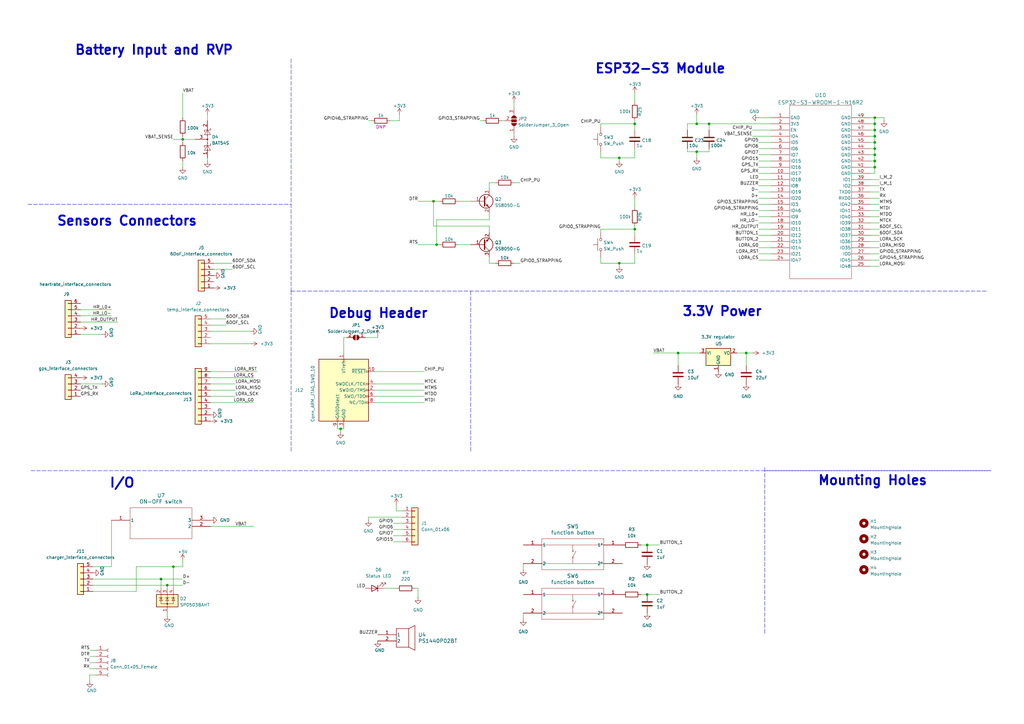
<source format=kicad_sch>
(kicad_sch (version 20231120) (generator "eeschema") (generator_version "8.0")
  (paper "A3")
  (lib_symbols
    (symbol "2024-10-08_01-38-24:EVQ-P7A01P" (pin_names (offset 0.254))
      (property "Reference" "SW6" (at 20.32 7.62 0))
      (property "Value" "function button" (at 20.32 5.08 0))
      (symbol "EVQ-P7A01P_0_1"
        (pin unspecified line (at 0 0 0) (length 7.62) (name "1") (number "1"))
        (pin unspecified line (at 0 -7.62 0) (length 7.62) (name "2") (number "2"))
      )
      (symbol "EVQ-P7A01P_1_1"
        (pin unspecified line (at 40.64 0 180) (length 7.62) (name "1*") (number "1"))
        (pin unspecified line (at 40.64 -7.62 180) (length 7.62) (name "2*") (number "2"))
      )
    )
    (symbol "2024-10-08_01-39-16:OS102011MA1QS1" (pin_names (offset 0.254))
      (property "Reference" "U" (at 20.32 10.16 0))
      (property "Value" "OS102011MA1QS1" (at 20.32 7.62 0))
      (symbol "OS102011MA1QS1_0_1"
        (pin unspecified line (at 0 0 0) (length 7.62) (name "1") (number "1"))
        (pin unspecified line (at 40.64 -2.54 180) (length 7.62) (name "2") (number "2"))
        (pin unspecified line (at 40.64 0 180) (length 7.62) (name "3") (number "3"))
      )
    )
    (symbol "2024-10-11_03-25-17:PS1440P02BT" (pin_names (offset 0.254))
      (property "Reference" "U" (at 7.62 7.62 0))
      (property "Value" "PS1440P02BT" (at 20.32 7.62 0))
      (symbol "PS1440P02BT_0_1"
        (pin unspecified line (at 0 0 0) (length 7.62) (name "1") (number "1"))
        (pin unspecified line (at 0 -2.54 0) (length 7.62) (name "2") (number "2"))
      )
    )
    (symbol "Conn_01x05_1" (pin_names (offset 1.016) hide)
      (property "Reference" "J" (at 0 7.62 0))
      (property "Value" "Conn_01x05" (at 0 -7.62 0))
      (symbol "Conn_01x05_1_1_1"
        (pin passive line (at -5.08 5.08 0) (length 3.81) (name "Pin_1") (number "1"))
        (pin passive line (at -5.08 2.54 0) (length 3.81) (name "Pin_2") (number "2"))
        (pin passive line (at -5.08 0 0) (length 3.81) (name "Pin_3") (number "3"))
        (pin passive line (at -5.08 -2.54 0) (length 3.81) (name "Pin_4") (number "4"))
        (pin passive line (at -5.08 -5.08 0) (length 3.81) (name "Pin_5") (number "5"))
      )
    )
    (symbol "Conn_01x06_1" (pin_names (offset 1.016) hide)
      (property "Reference" "J" (at 0 7.62 0))
      (property "Value" "Conn_01x06" (at 0 -10.16 0))
      (symbol "Conn_01x06_1_1_1"
        (pin passive line (at -5.08 5.08 0) (length 3.81) (name "Pin_1") (number "1"))
        (pin passive line (at -5.08 2.54 0) (length 3.81) (name "Pin_2") (number "2"))
        (pin passive line (at -5.08 0 0) (length 3.81) (name "Pin_3") (number "3"))
        (pin passive line (at -5.08 -2.54 0) (length 3.81) (name "Pin_4") (number "4"))
        (pin passive line (at -5.08 -5.08 0) (length 3.81) (name "Pin_5") (number "5"))
        (pin passive line (at -5.08 -7.62 0) (length 3.81) (name "Pin_6") (number "6"))
      )
    )
    (symbol "Connector:Conn_01x05_Female" (pin_names (offset 1.016) hide)
      (property "Reference" "J" (at 0 7.62 0))
      (property "Value" "Conn_01x05_Female" (at 0 -7.62 0))
      (symbol "Conn_01x05_Female_1_1"
        (pin passive line (at -5.08 5.08 0) (length 3.81) (name "Pin_1") (number "1"))
        (pin passive line (at -5.08 2.54 0) (length 3.81) (name "Pin_2") (number "2"))
        (pin passive line (at -5.08 0 0) (length 3.81) (name "Pin_3") (number "3"))
        (pin passive line (at -5.08 -2.54 0) (length 3.81) (name "Pin_4") (number "4"))
        (pin passive line (at -5.08 -5.08 0) (length 3.81) (name "Pin_5") (number "5"))
      )
    )
    (symbol "Connector:Conn_ARM_JTAG_SWD_10" (pin_names (offset 1.016))
      (property "Reference" "J" (at -2.54 16.51 0))
      (property "Value" "Conn_ARM_JTAG_SWD_10" (at -2.54 13.97 0))
      (symbol "Conn_ARM_JTAG_SWD_10_1_1"
        (pin power_in line (at 0 15.24 270) (length 2.54) (name "VTref") (number "1"))
        (pin open_collector line (at 12.7 7.62 180) (length 2.54) (name "~{RESET}") (number "10"))
        (pin bidirectional line (at 12.7 0 180) (length 2.54) (name "SWDIO/TMS") (number "2"))
        (pin power_in line (at 0 -15.24 90) (length 2.54) (name "GND") (number "3"))
        (pin output line (at 12.7 2.54 180) (length 2.54) (name "SWDCLK/TCK") (number "4"))
        (pin passive line (at 0 -15.24 90) (length 2.54) hide (name "GND") (number "5"))
        (pin input line (at 12.7 -2.54 180) (length 2.54) (name "SWO/TDO") (number "6"))
        (pin no_connect line (at -10.16 0 0) (length 2.54) hide (name "KEY") (number "7"))
        (pin output line (at 12.7 -5.08 180) (length 2.54) (name "NC/TDI") (number "8"))
        (pin passive line (at -2.54 -15.24 90) (length 2.54) (name "GNDDetect") (number "9"))
      )
    )
    (symbol "Connector_Generic:Conn_01x04" (pin_names (offset 1.016) hide)
      (property "Reference" "J" (at 0 5.08 0))
      (property "Value" "Conn_01x04" (at 0 -7.62 0))
      (symbol "Conn_01x04_1_1"
        (pin passive line (at -5.08 2.54 0) (length 3.81) (name "Pin_1") (number "1"))
        (pin passive line (at -5.08 0 0) (length 3.81) (name "Pin_2") (number "2"))
        (pin passive line (at -5.08 -2.54 0) (length 3.81) (name "Pin_3") (number "3"))
        (pin passive line (at -5.08 -5.08 0) (length 3.81) (name "Pin_4") (number "4"))
      )
    )
    (symbol "Connector_Generic:Conn_01x05" (pin_names (offset 1.016) hide)
      (property "Reference" "J11" (at 0 -11.43 0))
      (property "Value" "charger_interface_connectors" (at 0 -8.89 0))
      (symbol "Conn_01x05_1_1"
        (pin passive line (at -5.08 5.08 0) (length 3.81) (name "5V") (number "1"))
        (pin passive line (at -5.08 2.54 0) (length 3.81) (name "D-") (number "2"))
        (pin passive line (at -5.08 0 0) (length 3.81) (name "D+") (number "3"))
        (pin passive line (at -5.08 -2.54 0) (length 3.81) (name "GND") (number "4"))
        (pin passive line (at -5.08 -5.08 0) (length 3.81) (name "BAT") (number "5"))
      )
    )
    (symbol "Connector_Generic:Conn_01x06" (pin_names (offset 1.016) hide)
      (property "Reference" "J9" (at -0.508 -11.43 0))
      (property "Value" "heartrate_interface_connectors" (at -17.78 -15.494 0))
      (symbol "Conn_01x06_1_1"
        (pin passive line (at -5.08 5.08 0) (length 3.81) (name "GND") (number "1"))
        (pin passive line (at -5.08 2.54 0) (length 3.81) (name "3.3V") (number "2"))
        (pin passive line (at -5.08 0 0) (length 3.81) (name "OUTPUT") (number "3"))
        (pin passive line (at -5.08 -2.54 0) (length 3.81) (name "LO-") (number "4"))
        (pin passive line (at -5.08 -5.08 0) (length 3.81) (name "LO+") (number "5"))
        (pin passive line (at -5.08 -7.62 0) (length 3.81) (name "SDN") (number "6"))
      )
    )
    (symbol "Connector_Generic:Conn_01x09" (pin_names (offset 1.016) hide)
      (property "Reference" "J13" (at 2.54 1.2701 0))
      (property "Value" "LoRa_interface_connectors" (at 2.54 -1.2699 0))
      (symbol "Conn_01x09_1_1"
        (pin passive line (at -5.08 10.16 0) (length 3.81) (name "VIN") (number "1"))
        (pin passive line (at -5.08 7.62 0) (length 3.81) (name "GND") (number "2"))
        (pin passive line (at -5.08 5.08 0) (length 3.81) (name "EN") (number "3"))
        (pin passive line (at -5.08 2.54 0) (length 3.81) (name "G0") (number "4"))
        (pin passive line (at -5.08 0 0) (length 3.81) (name "SCK") (number "5"))
        (pin passive line (at -5.08 -2.54 0) (length 3.81) (name "MISO") (number "6"))
        (pin passive line (at -5.08 -5.08 0) (length 3.81) (name "MOSI") (number "7"))
        (pin passive line (at -5.08 -7.62 0) (length 3.81) (name "CS") (number "8"))
        (pin passive line (at -5.08 -10.16 0) (length 3.81) (name "RST") (number "9"))
      )
    )
    (symbol "Device:C" (pin_numbers hide) (pin_names (offset 0.254))
      (property "Reference" "C" (at 0.635 2.54 0))
      (property "Value" "C" (at 0.635 -2.54 0))
      (symbol "C_1_1"
        (pin passive line (at 0 3.81 270) (length 2.794) (name "~") (number "1"))
        (pin passive line (at 0 -3.81 90) (length 2.794) (name "~") (number "2"))
      )
    )
    (symbol "Device:Q_NPN_BEC" (pin_names (offset 0) hide)
      (property "Reference" "Q" (at 5.08 1.27 0))
      (property "Value" "Q_NPN_BEC" (at 5.08 -1.27 0))
      (symbol "Q_NPN_BEC_1_1"
        (pin input line (at -5.08 0 0) (length 5.715) (name "B") (number "1"))
        (pin passive line (at 2.54 -5.08 90) (length 2.54) (name "E") (number "2"))
        (pin passive line (at 2.54 5.08 270) (length 2.54) (name "C") (number "3"))
      )
    )
    (symbol "Device:R" (pin_numbers hide) (pin_names (offset 0))
      (property "Reference" "R" (at 2.032 0 90))
      (property "Value" "R" (at 0 0 90))
      (symbol "R_1_1"
        (pin passive line (at 0 3.81 270) (length 1.27) (name "~") (number "1"))
        (pin passive line (at 0 -3.81 90) (length 1.27) (name "~") (number "2"))
      )
    )
    (symbol "Diode:BAT54S" (pin_names (offset 1.016))
      (property "Reference" "D" (at 0.635 -3.81 0))
      (property "Value" "BAT54S" (at -6.35 3.175 0))
      (symbol "BAT54S_1_1"
        (pin passive line (at -7.62 0 0) (length 3.81) (name "~") (number "1"))
        (pin passive line (at 7.62 0 180) (length 3.81) (name "~") (number "2"))
        (pin passive line (at 0 -5.08 90) (length 5.08) (name "~") (number "3"))
      )
    )
    (symbol "EVQ-P7A01P_1" (pin_names (offset 0.254))
      (property "Reference" "SW5" (at 20.32 7.62 0))
      (property "Value" "function button" (at 20.32 5.08 0))
      (symbol "EVQ-P7A01P_1_0_1"
        (pin unspecified line (at 0 0 0) (length 7.62) (name "1") (number "1"))
        (pin unspecified line (at 40.64 0 180) (length 7.62) (name "1*") (number "1"))
        (pin unspecified line (at 0 -7.62 0) (length 7.62) (name "2") (number "2"))
        (pin unspecified line (at 40.64 -7.62 180) (length 7.62) (name "2*") (number "2"))
      )
    )
    (symbol "Jumper:SolderJumper_2_Open" (pin_names (offset 0) hide)
      (property "Reference" "JP" (at 0 2.032 0))
      (property "Value" "SolderJumper_2_Open" (at 0 -2.54 0))
      (symbol "SolderJumper_2_Open_1_1"
        (pin passive line (at -3.81 0 0) (length 2.54) (name "A") (number "1"))
        (pin passive line (at 3.81 0 180) (length 2.54) (name "B") (number "2"))
      )
    )
    (symbol "Jumper:SolderJumper_3_Open" (pin_names (offset 0) hide)
      (property "Reference" "JP" (at -2.54 -2.54 0))
      (property "Value" "SolderJumper_3_Open" (at 0 2.794 0))
      (symbol "SolderJumper_3_Open_1_1"
        (pin passive line (at -5.08 0 0) (length 2.54) (name "A") (number "1"))
        (pin passive line (at 0 -3.81 90) (length 2.54) (name "C") (number "2"))
        (pin passive line (at 5.08 0 180) (length 2.54) (name "B") (number "3"))
      )
    )
    (symbol "LED:IR26-21C_L110_TR8" (pin_numbers hide) (pin_names (offset 1.016) hide)
      (property "Reference" "D" (at 0 2.54 0))
      (property "Value" "IR26-21C_L110_TR8" (at 0 -3.81 0))
      (symbol "IR26-21C_L110_TR8_1_1"
        (pin passive line (at -3.81 0 0) (length 2.54) (name "K") (number "1"))
        (pin passive line (at 3.81 0 180) (length 2.54) (name "A") (number "2"))
      )
    )
    (symbol "Mechanical:MountingHole" (pin_names (offset 1.016))
      (property "Reference" "H" (at 0 5.08 0))
      (property "Value" "MountingHole" (at 0 3.175 0))
    )
    (symbol "Power_Protection:SP0503BAHT" (pin_names hide)
      (property "Reference" "D" (at 5.715 2.54 0))
      (property "Value" "SP0503BAHT" (at 5.715 0.635 0))
      (symbol "SP0503BAHT_0_0"
        (pin passive line (at 0 -5.08 90) (length 2.54) (name "A") (number "1"))
      )
      (symbol "SP0503BAHT_1_1"
        (pin passive line (at -2.54 5.08 270) (length 2.54) (name "K") (number "2"))
        (pin passive line (at 0 5.08 270) (length 2.54) (name "K") (number "3"))
        (pin passive line (at 2.54 5.08 270) (length 2.54) (name "K") (number "4"))
      )
    )
    (symbol "Regulator_Linear:AZ1117-3.3" (pin_names (offset 0.254))
      (property "Reference" "U" (at -3.81 3.175 0))
      (property "Value" "AZ1117-3.3" (at 0 3.175 0))
      (symbol "AZ1117-3.3_1_1"
        (pin power_in line (at 0 -7.62 90) (length 2.54) (name "GND") (number "1"))
        (pin power_out line (at 7.62 0 180) (length 2.54) (name "VO") (number "2"))
        (pin power_in line (at -7.62 0 0) (length 2.54) (name "VI") (number "3"))
      )
    )
    (symbol "Switch:SW_Push" (pin_numbers hide) (pin_names (offset 1.016) hide)
      (property "Reference" "SW" (at 1.27 2.54 0))
      (property "Value" "SW_Push" (at 0 -1.524 0))
      (symbol "SW_Push_0_1"
        (pin passive line (at -5.08 0 0) (length 2.54) (name "1") (number "1"))
        (pin passive line (at 5.08 0 180) (length 2.54) (name "2") (number "2"))
      )
    )
    (symbol "basic:C" (pin_numbers hide) (pin_names (offset 0.254))
      (property "Reference" "C" (at 0.635 2.54 0))
      (symbol "C_1_1"
        (pin passive line (at 0 3.81 270) (length 2.794) (name "~") (number "1"))
        (pin passive line (at 0 -3.81 90) (length 2.794) (name "~") (number "2"))
      )
    )
    (symbol "basic:R" (pin_numbers hide) (pin_names (offset 0))
      (property "Value" "R" (at 0 0 90))
      (symbol "R_1_1"
        (pin passive line (at 0 3.81 270) (length 1.27) (name "~") (number "1"))
        (pin passive line (at 0 -3.81 90) (length 1.27) (name "~") (number "2"))
      )
    )
    (symbol "local_symbols:ESP32-S3-WROOM-1-N16R2" (pin_names (offset 0.254))
      (property "Reference" "U" (at 20.32 10.16 0))
      (property "Value" "ESP32-S3-WROOM-1-N16R2" (at 20.32 7.62 0))
      (symbol "ESP32-S3-WROOM-1-N16R2_0_1"
        (pin power_out line (at 0 0 0) (length 7.62) (name "GND") (number "1"))
        (pin bidirectional line (at 0 -22.86 0) (length 7.62) (name "IO17") (number "10"))
        (pin bidirectional line (at 0 -25.4 0) (length 7.62) (name "IO18") (number "11"))
        (pin bidirectional line (at 0 -27.94 0) (length 7.62) (name "IO8") (number "12"))
        (pin bidirectional line (at 0 -30.48 0) (length 7.62) (name "IO19") (number "13"))
        (pin bidirectional line (at 0 -33.02 0) (length 7.62) (name "IO20") (number "14"))
        (pin bidirectional line (at 0 -35.56 0) (length 7.62) (name "IO3") (number "15"))
        (pin bidirectional line (at 0 -38.1 0) (length 7.62) (name "IO46") (number "16"))
        (pin bidirectional line (at 0 -40.64 0) (length 7.62) (name "IO9") (number "17"))
        (pin bidirectional line (at 0 -43.18 0) (length 7.62) (name "IO10") (number "18"))
        (pin bidirectional line (at 0 -45.72 0) (length 7.62) (name "IO11") (number "19"))
        (pin power_in line (at 0 -2.54 0) (length 7.62) (name "3V3") (number "2"))
        (pin bidirectional line (at 0 -48.26 0) (length 7.62) (name "IO12") (number "20"))
        (pin bidirectional line (at 0 -50.8 0) (length 7.62) (name "IO13") (number "21"))
        (pin bidirectional line (at 0 -53.34 0) (length 7.62) (name "IO14") (number "22"))
        (pin bidirectional line (at 0 -55.88 0) (length 7.62) (name "IO21") (number "23"))
        (pin bidirectional line (at 0 -58.42 0) (length 7.62) (name "IO47") (number "24"))
        (pin bidirectional line (at 40.64 -60.96 180) (length 7.62) (name "IO48") (number "25"))
        (pin bidirectional line (at 40.64 -58.42 180) (length 7.62) (name "IO45") (number "26"))
        (pin bidirectional line (at 40.64 -55.88 180) (length 7.62) (name "IO0") (number "27"))
        (pin bidirectional line (at 40.64 -53.34 180) (length 7.62) (name "IO35") (number "28"))
        (pin bidirectional line (at 40.64 -50.8 180) (length 7.62) (name "IO36") (number "29"))
        (pin input line (at 0 -5.08 0) (length 7.62) (name "EN") (number "3"))
        (pin bidirectional line (at 40.64 -48.26 180) (length 7.62) (name "IO37") (number "30"))
        (pin bidirectional line (at 40.64 -45.72 180) (length 7.62) (name "IO38") (number "31"))
        (pin bidirectional line (at 40.64 -43.18 180) (length 7.62) (name "IO39") (number "32"))
        (pin bidirectional line (at 40.64 -40.64 180) (length 7.62) (name "IO40") (number "33"))
        (pin bidirectional line (at 40.64 -38.1 180) (length 7.62) (name "IO41") (number "34"))
        (pin bidirectional line (at 40.64 -35.56 180) (length 7.62) (name "IO42") (number "35"))
        (pin bidirectional line (at 40.64 -33.02 180) (length 7.62) (name "RXD0") (number "36"))
        (pin bidirectional line (at 40.64 -30.48 180) (length 7.62) (name "TXD0") (number "37"))
        (pin bidirectional line (at 40.64 -27.94 180) (length 7.62) (name "IO2") (number "38"))
        (pin bidirectional line (at 40.64 -25.4 180) (length 7.62) (name "IO1") (number "39"))
        (pin bidirectional line (at 0 -7.62 0) (length 7.62) (name "IO4") (number "4"))
        (pin power_out line (at 40.64 -22.86 180) (length 7.62) (name "GND") (number "40"))
        (pin power_out line (at 40.64 -20.32 180) (length 7.62) (name "GND") (number "41"))
        (pin power_out line (at 40.64 -17.78 180) (length 7.62) (name "GND") (number "42"))
        (pin power_out line (at 40.64 -15.24 180) (length 7.62) (name "GND") (number "43"))
        (pin power_out line (at 40.64 -12.7 180) (length 7.62) (name "GND") (number "44"))
        (pin power_out line (at 40.64 -10.16 180) (length 7.62) (name "GND") (number "45"))
        (pin power_out line (at 40.64 -7.62 180) (length 7.62) (name "GND") (number "46"))
        (pin power_out line (at 40.64 -5.08 180) (length 7.62) (name "GND") (number "47"))
        (pin power_out line (at 40.64 -2.54 180) (length 7.62) (name "GND") (number "48"))
        (pin power_out line (at 40.64 0 180) (length 7.62) (name "GND") (number "49"))
        (pin bidirectional line (at 0 -10.16 0) (length 7.62) (name "IO5") (number "5"))
        (pin bidirectional line (at 0 -12.7 0) (length 7.62) (name "IO6") (number "6"))
        (pin bidirectional line (at 0 -15.24 0) (length 7.62) (name "IO7") (number "7"))
        (pin bidirectional line (at 0 -17.78 0) (length 7.62) (name "IO15") (number "8"))
        (pin bidirectional line (at 0 -20.32 0) (length 7.62) (name "IO16") (number "9"))
      )
    )
    (symbol "power:+3V3" (power) (pin_names (offset 0))
      (property "Value" "+3V3" (at 0 3.556 0))
      (symbol "+3V3_1_1"
        (pin power_in line (at 0 0 90) (length 0) hide (name "+3V3") (number "1"))
      )
    )
    (symbol "power:+5V" (power) (pin_names (offset 0))
      (property "Value" "+5V" (at 0 3.556 0))
      (symbol "+5V_1_1"
        (pin power_in line (at 0 0 90) (length 0) hide (name "+5V") (number "1"))
      )
    )
    (symbol "power:GND" (power) (pin_numbers hide) (pin_names (offset 0) hide)
      (property "Value" "GND" (at 0 -3.81 0))
      (symbol "GND_1_1"
        (pin power_in line (at 0 0 270) (length 0) (name "~") (number "1"))
      )
    )
  )
  (junction (at 260.35 93.98))
  (junction (at 358.775 55.88))
  (junction (at 265.43 243.84))
  (junction (at 285.75 62.23))
  (junction (at 358.775 50.8))
  (junction (at 358.775 58.42))
  (junction (at 71.12 232.41))
  (junction (at 285.75 50.8))
  (junction (at 290.83 50.8))
  (junction (at 278.13 144.78))
  (junction (at 358.775 68.58))
  (junction (at 74.93 57.15))
  (junction (at 265.43 223.52))
  (junction (at 358.775 48.26))
  (junction (at 68.58 240.03))
  (junction (at 358.775 66.04))
  (junction (at 358.775 60.96))
  (junction (at 260.35 50.8))
  (junction (at 179.07 100.33))
  (junction (at 254 107.95))
  (junction (at 358.775 63.5))
  (junction (at 306.07 144.78))
  (junction (at 139.7 175.895))
  (junction (at 254 64.77))
  (junction (at 358.775 53.34))
  (junction (at 66.04 237.49))
  (junction (at 177.8 82.55))
  (wire (pts (xy 36.83 266.7) (xy 39.37 266.7)))
  (wire (pts (xy 36.83 271.78) (xy 39.37 271.78)))
  (wire (pts (xy 68.58 240.03) (xy 74.93 240.03)))
  (wire (pts (xy 311.15 86.36) (xy 316.23 86.36)))
  (wire (pts (xy 154.94 137.795) (xy 154.94 138.43)))
  (polyline (pts (xy 193.04 119.38) (xy 193.04 185.42)) (stroke (width 0) (type dash)))
  (wire (pts (xy 260.35 81.28) (xy 260.35 85.09)))
  (wire (pts (xy 38.1 242.57) (xy 55.88 242.57)))
  (wire (pts (xy 161.29 214.63) (xy 165.1 214.63)))
  (wire (pts (xy 92.71 133.35) (xy 86.36 133.35)))
  (polyline (pts (xy 119.38 24.13) (xy 119.38 119.38)) (stroke (width 0) (type dash)))
  (wire (pts (xy 356.87 99.06) (xy 360.68 99.06)))
  (wire (pts (xy 278.13 144.78) (xy 278.13 149.86)))
  (wire (pts (xy 311.15 99.06) (xy 316.23 99.06)))
  (wire (pts (xy 262.89 243.84) (xy 265.43 243.84)))
  (wire (pts (xy 153.67 160.02) (xy 173.99 160.02)))
  (wire (pts (xy 254 107.95) (xy 254 109.22)))
  (wire (pts (xy 311.15 48.26) (xy 316.23 48.26)))
  (wire (pts (xy 96.52 160.02) (xy 86.36 160.02)))
  (wire (pts (xy 210.82 107.95) (xy 213.36 107.95)))
  (wire (pts (xy 356.87 81.28) (xy 360.68 81.28)))
  (wire (pts (xy 71.12 232.41) (xy 74.93 232.41)))
  (wire (pts (xy 311.15 73.66) (xy 316.23 73.66)))
  (wire (pts (xy 311.15 68.58) (xy 316.23 68.58)))
  (polyline (pts (xy 12.7 193.04) (xy 406.4 193.04)) (stroke (width 0) (type dash)))
  (wire (pts (xy 246.38 107.95) (xy 254 107.95)))
  (wire (pts (xy 200.66 90.17) (xy 179.07 90.17)))
  (wire (pts (xy 102.87 140.97) (xy 86.36 140.97)))
  (wire (pts (xy 214.63 233.68) (xy 214.63 231.14)))
  (wire (pts (xy 308.61 53.34) (xy 316.23 53.34)))
  (wire (pts (xy 356.87 66.04) (xy 358.775 66.04)))
  (wire (pts (xy 260.35 107.95) (xy 254 107.95)))
  (wire (pts (xy 105.41 152.4) (xy 86.36 152.4)))
  (wire (pts (xy 86.36 215.9) (xy 104.14 215.9)))
  (polyline (pts (xy 313.69 191.77) (xy 313.69 260.35)) (stroke (width 0) (type dash)))
  (wire (pts (xy 71.12 57.15) (xy 74.93 57.15)))
  (wire (pts (xy 160.02 49.53) (xy 163.83 49.53)))
  (wire (pts (xy 86.36 165.1) (xy 104.14 165.1)))
  (wire (pts (xy 356.87 78.74) (xy 360.68 78.74)))
  (wire (pts (xy 285.75 62.23) (xy 290.83 62.23)))
  (wire (pts (xy 260.35 49.53) (xy 260.35 50.8)))
  (wire (pts (xy 356.87 55.88) (xy 358.775 55.88)))
  (wire (pts (xy 260.35 104.14) (xy 260.35 107.95)))
  (wire (pts (xy 260.35 92.71) (xy 260.35 93.98)))
  (wire (pts (xy 358.775 55.88) (xy 358.775 53.34)))
  (wire (pts (xy 38.1 240.03) (xy 68.58 240.03)))
  (wire (pts (xy 153.67 152.4) (xy 173.99 152.4)))
  (wire (pts (xy 45.72 127) (xy 33.02 127)))
  (wire (pts (xy 356.87 93.98) (xy 360.68 93.98)))
  (wire (pts (xy 281.94 60.96) (xy 281.94 62.23)))
  (polyline (pts (xy 406.4 193.04) (xy 313.69 193.04)) (stroke (width 0) (type dash)))
  (wire (pts (xy 171.45 241.3) (xy 171.45 245.11)))
  (wire (pts (xy 161.29 217.17) (xy 165.1 217.17)))
  (wire (pts (xy 214.63 254) (xy 214.63 251.46)))
  (wire (pts (xy 306.07 144.78) (xy 306.07 149.86)))
  (wire (pts (xy 187.96 100.33) (xy 193.04 100.33)))
  (wire (pts (xy 162.56 209.55) (xy 165.1 209.55)))
  (wire (pts (xy 200.66 105.41) (xy 200.66 107.95)))
  (wire (pts (xy 177.8 82.55) (xy 180.34 82.55)))
  (wire (pts (xy 246.38 50.8) (xy 260.35 50.8)))
  (wire (pts (xy 246.38 105.41) (xy 246.38 107.95)))
  (wire (pts (xy 311.15 71.12) (xy 316.23 71.12)))
  (wire (pts (xy 138.43 175.26) (xy 138.43 175.895)))
  (wire (pts (xy 356.87 104.14) (xy 360.68 104.14)))
  (wire (pts (xy 102.87 135.89) (xy 86.36 135.89)))
  (wire (pts (xy 356.87 106.68) (xy 360.68 106.68)))
  (wire (pts (xy 356.87 68.58) (xy 358.775 68.58)))
  (wire (pts (xy 74.93 55.88) (xy 74.93 57.15)))
  (wire (pts (xy 171.45 100.33) (xy 179.07 100.33)))
  (wire (pts (xy 39.37 276.86) (xy 36.83 276.86)))
  (wire (pts (xy 267.97 144.78) (xy 278.13 144.78)))
  (wire (pts (xy 260.35 50.8) (xy 260.35 53.34)))
  (wire (pts (xy 246.38 62.23) (xy 246.38 64.77)))
  (wire (pts (xy 157.48 241.3) (xy 162.56 241.3)))
  (wire (pts (xy 96.52 157.48) (xy 86.36 157.48)))
  (wire (pts (xy 210.82 54.61) (xy 210.82 55.88)))
  (wire (pts (xy 151.13 212.09) (xy 165.1 212.09)))
  (wire (pts (xy 68.58 240.03) (xy 68.58 241.3)))
  (wire (pts (xy 358.775 66.04) (xy 358.775 63.5)))
  (wire (pts (xy 85.09 46.99) (xy 85.09 49.53)))
  (wire (pts (xy 311.15 104.14) (xy 316.23 104.14)))
  (wire (pts (xy 356.87 63.5) (xy 358.775 63.5)))
  (wire (pts (xy 281.94 50.8) (xy 285.75 50.8)))
  (wire (pts (xy 311.15 63.5) (xy 316.23 63.5)))
  (wire (pts (xy 55.88 232.41) (xy 71.12 232.41)))
  (wire (pts (xy 196.85 49.53) (xy 198.12 49.53)))
  (polyline (pts (xy 11.43 83.82) (xy 119.38 83.82)) (stroke (width 0) (type dash)))
  (wire (pts (xy 246.38 64.77) (xy 254 64.77)))
  (wire (pts (xy 45.72 129.54) (xy 33.02 129.54)))
  (wire (pts (xy 358.775 68.58) (xy 358.775 66.04)))
  (wire (pts (xy 311.15 91.44) (xy 316.23 91.44)))
  (wire (pts (xy 356.87 76.2) (xy 360.68 76.2)))
  (wire (pts (xy 246.38 52.07) (xy 246.38 50.8)))
  (wire (pts (xy 281.94 62.23) (xy 285.75 62.23)))
  (wire (pts (xy 95.25 110.49) (xy 87.63 110.49)))
  (wire (pts (xy 358.775 58.42) (xy 358.775 55.88)))
  (wire (pts (xy 66.04 237.49) (xy 66.04 241.3)))
  (wire (pts (xy 358.775 53.34) (xy 358.775 50.8)))
  (wire (pts (xy 260.35 38.1) (xy 260.35 41.91)))
  (wire (pts (xy 179.07 90.17) (xy 179.07 100.33)))
  (wire (pts (xy 311.15 83.82) (xy 316.23 83.82)))
  (wire (pts (xy 358.775 71.12) (xy 358.775 68.58)))
  (polyline (pts (xy 119.38 119.38) (xy 405.13 119.38)) (stroke (width 0) (type dash)))
  (wire (pts (xy 311.15 76.2) (xy 316.23 76.2)))
  (wire (pts (xy 311.15 106.68) (xy 316.23 106.68)))
  (wire (pts (xy 290.83 50.8) (xy 316.23 50.8)))
  (wire (pts (xy 356.87 96.52) (xy 360.68 96.52)))
  (wire (pts (xy 356.87 101.6) (xy 360.68 101.6)))
  (wire (pts (xy 311.15 96.52) (xy 316.23 96.52)))
  (wire (pts (xy 163.83 46.99) (xy 163.83 49.53)))
  (wire (pts (xy 311.15 101.6) (xy 316.23 101.6)))
  (wire (pts (xy 68.58 251.46) (xy 68.58 252.73)))
  (wire (pts (xy 74.93 38.1) (xy 74.93 48.26)))
  (wire (pts (xy 285.75 62.23) (xy 285.75 64.77)))
  (wire (pts (xy 285.75 46.99) (xy 285.75 50.8)))
  (wire (pts (xy 356.87 48.26) (xy 358.775 48.26)))
  (wire (pts (xy 170.18 241.3) (xy 171.45 241.3)))
  (wire (pts (xy 200.66 87.63) (xy 200.66 90.17)))
  (wire (pts (xy 200.66 95.25) (xy 200.66 92.71)))
  (wire (pts (xy 85.09 64.77) (xy 85.09 66.04)))
  (wire (pts (xy 140.97 138.43) (xy 140.97 144.78)))
  (wire (pts (xy 262.89 223.52) (xy 265.43 223.52)))
  (wire (pts (xy 260.35 64.77) (xy 254 64.77)))
  (wire (pts (xy 311.15 60.96) (xy 316.23 60.96)))
  (wire (pts (xy 210.82 74.93) (xy 213.36 74.93)))
  (wire (pts (xy 36.83 269.24) (xy 39.37 269.24)))
  (wire (pts (xy 74.93 57.15) (xy 80.01 57.15)))
  (wire (pts (xy 41.91 157.48) (xy 33.02 157.48)))
  (wire (pts (xy 149.86 138.43) (xy 154.94 138.43)))
  (wire (pts (xy 205.74 49.53) (xy 207.01 49.53)))
  (wire (pts (xy 179.07 100.33) (xy 180.34 100.33)))
  (wire (pts (xy 36.83 276.86) (xy 36.83 279.4)))
  (wire (pts (xy 151.13 49.53) (xy 152.4 49.53)))
  (wire (pts (xy 153.67 165.1) (xy 173.99 165.1)))
  (wire (pts (xy 153.67 157.48) (xy 173.99 157.48)))
  (wire (pts (xy 187.96 82.55) (xy 193.04 82.55)))
  (wire (pts (xy 171.45 82.55) (xy 177.8 82.55)))
  (wire (pts (xy 362.585 49.53) (xy 362.585 48.26)))
  (wire (pts (xy 278.13 144.78) (xy 287.02 144.78)))
  (wire (pts (xy 104.14 154.94) (xy 86.36 154.94)))
  (wire (pts (xy 200.66 107.95) (xy 203.2 107.95)))
  (wire (pts (xy 177.8 92.71) (xy 177.8 82.55)))
  (wire (pts (xy 358.775 60.96) (xy 358.775 58.42)))
  (wire (pts (xy 38.1 237.49) (xy 66.04 237.49)))
  (wire (pts (xy 311.15 58.42) (xy 316.23 58.42)))
  (wire (pts (xy 200.66 92.71) (xy 177.8 92.71)))
  (wire (pts (xy 92.71 130.81) (xy 86.36 130.81)))
  (wire (pts (xy 210.82 41.91) (xy 210.82 44.45)))
  (wire (pts (xy 265.43 223.52) (xy 270.51 223.52)))
  (wire (pts (xy 311.15 66.04) (xy 316.23 66.04)))
  (wire (pts (xy 285.75 50.8) (xy 290.83 50.8)))
  (wire (pts (xy 138.43 175.895) (xy 139.7 175.895)))
  (wire (pts (xy 260.35 93.98) (xy 260.35 96.52)))
  (wire (pts (xy 140.97 175.26) (xy 140.97 175.895)))
  (wire (pts (xy 311.15 81.28) (xy 316.23 81.28)))
  (wire (pts (xy 161.29 222.25) (xy 165.1 222.25)))
  (wire (pts (xy 246.38 95.25) (xy 246.38 93.98)))
  (wire (pts (xy 161.29 219.71) (xy 165.1 219.71)))
  (wire (pts (xy 38.1 232.41) (xy 45.72 232.41)))
  (wire (pts (xy 281.94 53.34) (xy 281.94 50.8)))
  (wire (pts (xy 71.12 232.41) (xy 71.12 241.3)))
  (polyline (pts (xy 119.38 119.38) (xy 119.38 185.42)) (stroke (width 0) (type dash)))
  (wire (pts (xy 356.87 109.22) (xy 360.68 109.22)))
  (wire (pts (xy 200.66 74.93) (xy 200.66 77.47)))
  (wire (pts (xy 55.88 242.57) (xy 55.88 232.41)))
  (wire (pts (xy 74.93 57.15) (xy 74.93 58.42)))
  (wire (pts (xy 358.775 48.26) (xy 358.775 50.8)))
  (wire (pts (xy 308.61 55.88) (xy 316.23 55.88)))
  (wire (pts (xy 356.87 58.42) (xy 358.775 58.42)))
  (wire (pts (xy 356.87 60.96) (xy 358.775 60.96)))
  (wire (pts (xy 356.87 73.66) (xy 360.68 73.66)))
  (wire (pts (xy 95.25 107.95) (xy 87.63 107.95)))
  (wire (pts (xy 203.2 74.93) (xy 200.66 74.93)))
  (wire (pts (xy 74.93 66.04) (xy 74.93 68.58)))
  (wire (pts (xy 290.83 60.96) (xy 290.83 62.23)))
  (wire (pts (xy 96.52 162.56) (xy 86.36 162.56)))
  (wire (pts (xy 356.87 83.82) (xy 360.68 83.82)))
  (wire (pts (xy 311.15 78.74) (xy 316.23 78.74)))
  (wire (pts (xy 254 64.77) (xy 254 66.04)))
  (wire (pts (xy 302.26 144.78) (xy 306.07 144.78)))
  (wire (pts (xy 45.72 213.36) (xy 45.72 232.41)))
  (wire (pts (xy 139.7 175.895) (xy 139.7 177.165)))
  (wire (pts (xy 311.15 88.9) (xy 316.23 88.9)))
  (wire (pts (xy 153.67 162.56) (xy 173.99 162.56)))
  (wire (pts (xy 358.775 63.5) (xy 358.775 60.96)))
  (wire (pts (xy 260.35 60.96) (xy 260.35 64.77)))
  (wire (pts (xy 356.87 53.34) (xy 358.775 53.34)))
  (wire (pts (xy 358.775 50.8) (xy 356.87 50.8)))
  (wire (pts (xy 356.87 91.44) (xy 360.68 91.44)))
  (wire (pts (xy 41.91 137.16) (xy 33.02 137.16)))
  (wire (pts (xy 356.87 86.36) (xy 360.68 86.36)))
  (wire (pts (xy 308.61 144.78) (xy 306.07 144.78)))
  (wire (pts (xy 311.15 93.98) (xy 316.23 93.98)))
  (wire (pts (xy 290.83 50.8) (xy 290.83 53.34)))
  (wire (pts (xy 36.83 274.32) (xy 39.37 274.32)))
  (wire (pts (xy 66.04 237.49) (xy 74.93 237.49)))
  (wire (pts (xy 151.13 212.09) (xy 151.13 213.36)))
  (wire (pts (xy 356.87 71.12) (xy 358.775 71.12)))
  (wire (pts (xy 48.26 132.08) (xy 33.02 132.08)))
  (wire (pts (xy 142.24 138.43) (xy 140.97 138.43)))
  (wire (pts (xy 265.43 243.84) (xy 270.51 243.84)))
  (wire (pts (xy 74.93 229.87) (xy 74.93 232.41)))
  (wire (pts (xy 246.38 93.98) (xy 260.35 93.98)))
  (wire (pts (xy 162.56 207.01) (xy 162.56 209.55)))
  (wire (pts (xy 356.87 88.9) (xy 360.68 88.9)))
  (wire (pts (xy 358.775 48.26) (xy 362.585 48.26)))
  (wire (pts (xy 140.97 175.895) (xy 139.7 175.895)))
  (text "I/O" (at 44.704 200.406 0) (effects (font (size 3.81 3.81) (thickness 0.762) (bold yes)) (justify left bottom)))
  (text "3.3V Power" (at 279.654 130.048 0) (effects (font (size 3.81 3.81) (thickness 0.762) (bold yes)) (justify left bottom)))
  (text "Debug Header" (at 134.62 130.81 0) (effects (font (size 3.81 3.81) (thickness 0.762) (bold yes)) (justify left bottom)))
  (text "ESP32-S3 Module" (at 243.84 30.48 0) (effects (font (size 3.81 3.81) (thickness 0.762) (bold yes)) (justify left bottom)))
  (text "Mounting Holes" (at 335.28 199.39 0) (effects (font (size 3.81 3.81) (thickness 0.762) (bold yes)) (justify left bottom)))
  (text "Sensors Connectors\n" (at 23.114 92.964 0) (effects (font (size 3.81 3.81) (thickness 0.762) (bold yes)) (justify left bottom)))
  (text "Battery Input and RVP" (at 30.48 22.86 0) (effects (font (size 3.81 3.81) (thickness 0.762) (bold yes)) (justify left bottom)))
  (label "GPIO3_STRAPPING" (at 196.85 49.53 180))
  (label "LORA_MISO" (at 360.68 101.6 0))
  (label "D+" (at 74.93 237.49 0))
  (label "LORA_CS" (at 311.15 106.68 180))
  (label "GPIO15" (at 161.29 222.25 180))
  (label "LORA_G0" (at 311.15 101.6 180))
  (label "GPIO46_STRAPPING" (at 311.15 86.36 180))
  (label "VBAT" (at 267.97 144.78 0))
  (label "6DOF_SDA" (at 95.25 107.95 0))
  (label "GPIO6" (at 161.29 217.17 180))
  (label "D-" (at 74.93 240.03 0))
  (label "LORA_MOSI" (at 96.52 157.48 0))
  (label "GPIO5" (at 311.15 58.42 180))
  (label "MTMS" (at 360.68 83.82 0))
  (label "GPIO7" (at 161.29 219.71 180))
  (label "HR_LO-" (at 45.72 129.54 180))
  (label "GPIO45_STRAPPING" (at 360.68 106.68 0))
  (label "GPIO6" (at 311.15 60.96 180))
  (label "VBAT_SENSE" (at 308.61 55.88 180))
  (label "LORA_SCK" (at 360.68 99.06 0))
  (label "HR_LO-" (at 311.15 91.44 180))
  (label "LORA_RST" (at 311.15 104.14 180))
  (label "BUZZER" (at 154.94 260.35 180))
  (label "BUTTON_1" (at 311.15 96.52 180))
  (label "6DOF_SDA" (at 92.71 130.81 0))
  (label "MTCK" (at 173.99 157.48 0))
  (label "LORA_CS" (at 104.14 154.94 180))
  (label "CHIP_PU" (at 308.61 53.34 180))
  (label "BUTTON_2" (at 270.51 243.84 0))
  (label "GPIO5" (at 161.29 214.63 180))
  (label "TX" (at 360.68 78.74 0))
  (label "DTR" (at 36.83 269.24 180))
  (label "HR_OUTPUT" (at 48.26 132.08 180))
  (label "RX" (at 360.68 81.28 0))
  (label "6DOF_SCL" (at 92.71 133.35 0))
  (label "CHIP_PU" (at 173.99 152.4 0))
  (label "GPIO7" (at 311.15 63.5 180))
  (label "LORA_SCK" (at 96.52 162.56 0))
  (label "HR_OUTPUT" (at 311.15 93.98 180))
  (label "DTR" (at 171.45 82.55 180))
  (label "LED" (at 311.15 73.66 180))
  (label "HR_L0+" (at 45.72 127 180))
  (label "GPIO0_STRAPPING" (at 213.36 107.95 0))
  (label "VBAT_SENSE" (at 71.12 57.15 180))
  (label "I_M_1" (at 360.68 76.2 0))
  (label "6DOF_SCL" (at 360.68 93.98 0))
  (label "CHIP_PU" (at 246.38 50.8 180))
  (label "MTCK" (at 360.68 91.44 0))
  (label "BUTTON_1" (at 270.51 223.52 0))
  (label "RTS" (at 36.83 266.7 180))
  (label "LORA_MOSI" (at 360.68 109.22 0))
  (label "MTDI" (at 173.99 165.1 0))
  (label "BUTTON_2" (at 311.15 99.06 180))
  (label "GPS_RX" (at 33.02 162.56 0))
  (label "MTDI" (at 360.68 86.36 0))
  (label "LED" (at 149.86 241.3 180))
  (label "GPS_TX" (at 33.02 160.02 0))
  (label "RX" (at 36.83 274.32 180))
  (label "BUZZER" (at 311.15 76.2 180))
  (label "GPIO15" (at 311.15 66.04 180))
  (label "CHIP_PU" (at 213.36 74.93 0))
  (label "GPIO3_STRAPPING" (at 311.15 83.82 180))
  (label "D-" (at 311.15 78.74 180))
  (label "MTMS" (at 173.99 160.02 0))
  (label "VBAT" (at 96.52 215.9 0))
  (label "HR_L0+" (at 311.15 88.9 180))
  (label "LORA_G0" (at 104.14 165.1 180))
  (label "GPIO46_STRAPPING" (at 151.13 49.53 180))
  (label "GPIO0_STRAPPING" (at 360.68 104.14 0))
  (label "RTS" (at 171.45 100.33 180))
  (label "VBAT" (at 74.93 38.1 0))
  (label "GPIO0_STRAPPING" (at 246.38 93.98 180))
  (label "MTDO" (at 173.99 162.56 0))
  (label "LORA_MISO" (at 96.52 160.02 0))
  (label "I_M_2" (at 360.68 73.66 0))
  (label "TX" (at 36.83 271.78 180))
  (label "LORA_RST" (at 105.41 152.4 180))
  (label "MTDO" (at 360.68 88.9 0))
  (label "6DOF_SCL" (at 95.25 110.49 0))
  (label "GPS_TX" (at 311.15 68.58 180))
  (label "GPS_RX" (at 311.15 71.12 180))
  (label "6DOF_SDA" (at 360.68 96.52 0))
  (label "D+" (at 311.15 81.28 180))
  (symbol (lib_id "2024-10-08_01-38-24:EVQ-P7A01P") (at 214.63 243.84 0) (unit 1)
    (property "Reference" "SW6" (at 234.95 236.22 0) (effects (font (size 1.524 1.524))))
    (property "Value" "function button" (at 234.95 238.76 0) (effects (font (size 1.524 1.524))))
    (property "Footprint" "Button_Switch_SMD:SW_SPST_EVQP7A" (effects (hide yes)))
    (property "Datasheet" "EVQ-P7A01P" (effects (hide yes)))
  )
  (symbol (lib_id "power:GND") (at 285.75 64.77 0) (unit 1)
    (property "Reference" "#PWR079" (effects (hide yes)))
    (property "Value" "GND" (at 285.75 69.2134 0))
  )
  (symbol (lib_id "2024-10-08_01-39-16:OS102011MA1QS1") (at 45.72 213.36 0) (unit 1)
    (property "Reference" "U7" (at 66.04 203.2 0) (effects (font (size 1.524 1.524))))
    (property "Value" "ON-OFF switch" (at 66.04 205.74 0) (effects (font (size 1.524 1.524))))
    (property "Footprint" "Button_Switch_THT:SW_Slide_SPDT_Angled_CK_OS102011MA1Q" (effects (hide yes)))
    (property "Datasheet" "OS102011MA1QS1" (effects (hide yes)))
  )
  (symbol (lib_id "Device:R") (at 259.08 223.52 90) (unit 1)
    (property "Reference" "R3" (at 259.08 217.17 90))
    (property "Value" "10k" (at 259.08 219.71 90))
    (property "Footprint" "Resistor_SMD:R_0805_2012Metric_Pad1.20x1.40mm_HandSolder" (effects (hide yes)))
    (property "Description" "Resistor" (effects (hide yes)))
  )
  (symbol (lib_id "2024-10-11_03-25-17:PS1440P02BT") (at 154.94 260.35 0) (unit 1)
    (property "Reference" "U4" (at 171.45 260.3499 0) (effects (font (size 1.524 1.524)) (justify left)))
    (property "Value" "PS1440P02BT" (at 171.45 262.8899 0) (effects (font (size 1.524 1.524)) (justify left)))
    (property "Footprint" "Buzzer_Beeper:Buzzer_TDK_PS1240P02BT_D12.2mm_H6.5mm" (effects (hide yes)))
    (property "Datasheet" "PS1440P02BT" (effects (hide yes)))
  )
  (symbol (lib_id "power:GND") (at 254 66.04 0) (unit 1)
    (property "Reference" "#PWR067" (effects (hide yes)))
    (property "Value" "GND" (at 254 70.4834 0))
  )
  (symbol (lib_name "Conn_01x06_1") (lib_id "Connector_Generic:Conn_01x06") (at 170.18 214.63 0) (unit 1)
    (property "Reference" "J1" (at 172.72 214.6299 0) (effects (justify left)))
    (property "Value" "Conn_01x06" (at 172.72 217.1699 0) (effects (justify left)))
    (property "Footprint" "Connector_PinHeader_2.54mm:PinHeader_1x06_P2.54mm_Vertical" (effects (hide yes)))
    (property "Description" "Generic connector, single row, 01x06, script generated (kicad-library-utils/schlib/autogen/connector/)" (effects (hide yes)))
  )
  (symbol (lib_id "Device:Q_NPN_BEC") (at 198.12 100.33 0) (mirror x) (unit 1)
    (property "Reference" "Q3" (at 202.9714 99.4953 0) (effects (justify left)))
    (property "Value" "SS8050-G" (at 202.9714 102.0322 0) (effects (justify left)))
    (property "Footprint" "Package_TO_SOT_SMD:SOT-23" (effects (hide yes)))
  )
  (symbol (lib_id "Device:C") (at 306.07 153.67 0) (unit 1)
    (property "Reference" "C4" (at 309.88 152.3999 0) (effects (justify left)))
    (property "Value" "22uF" (at 309.88 154.9399 0) (effects (justify left)))
    (property "Footprint" "Capacitor_SMD:C_0805_2012Metric_Pad1.18x1.45mm_HandSolder" (effects (hide yes)))
    (property "Description" "Unpolarized capacitor" (effects (hide yes)))
  )
  (symbol (lib_id "Switch:SW_Push") (at 246.38 100.33 90) (unit 1)
    (property "Reference" "SW4" (at 247.523 99.4953 90) (effects (justify right)))
    (property "Value" "SW_Push" (at 247.523 102.0322 90) (effects (justify right)))
    (property "Footprint" "Button_Switch_SMD:SW_SPST_B3S-1000" (effects (hide yes)))
    (property "Datasheet" "https://www.digikey.com/en/products/detail/omron-electronics-inc-emc-div/B3S-1000/20686" (effects (hide yes)))
  )
  (symbol (lib_id "Device:C") (at 265.43 247.65 0) (unit 1)
    (property "Reference" "C2" (at 269.24 246.3799 0) (effects (justify left)))
    (property "Value" "1uF" (at 269.24 248.9199 0) (effects (justify left)))
    (property "Footprint" "Capacitor_SMD:C_0805_2012Metric_Pad1.18x1.45mm_HandSolder" (effects (hide yes)))
    (property "Description" "Unpolarized capacitor" (effects (hide yes)))
  )
  (symbol (lib_id "power:+3V3") (at 86.36 172.72 270) (unit 1)
    (property "Reference" "#PWR019" (effects (hide yes)))
    (property "Value" "+3V3" (at 90.17 172.7199 90) (effects (justify left)))
  )
  (symbol (lib_id "power:GND") (at 210.82 55.88 0) (unit 1)
    (property "Reference" "#PWR059" (effects (hide yes)))
    (property "Value" "GND" (at 210.82 60.3234 0))
  )
  (symbol (lib_id "Connector:Conn_01x05_Female") (at 44.45 271.78 0) (unit 1)
    (property "Reference" "J8" (at 45.1612 270.9453 0) (effects (justify left)))
    (property "Value" "Conn_01x05_Female" (at 45.1612 273.4822 0) (effects (justify left)))
    (property "Footprint" "Connector_PinHeader_2.54mm:PinHeader_1x05_P2.54mm_Vertical" (effects (hide yes)))
  )
  (symbol (lib_id "Device:R") (at 259.08 243.84 90) (unit 1)
    (property "Reference" "R2" (at 259.08 237.49 90))
    (property "Value" "10k" (at 259.08 240.03 90))
    (property "Footprint" "Resistor_SMD:R_0805_2012Metric_Pad1.20x1.40mm_HandSolder" (effects (hide yes)))
    (property "Description" "Resistor" (effects (hide yes)))
  )
  (symbol (lib_id "power:GND") (at 254 109.22 0) (unit 1)
    (property "Reference" "#PWR068" (effects (hide yes)))
    (property "Value" "GND" (at 254 113.6634 0))
  )
  (symbol (lib_id "power:GND") (at 362.585 49.53 0) (unit 1)
    (property "Reference" "#PWR084" (effects (hide yes)))
    (property "Value" "GND" (at 362.585 53.9734 0))
  )
  (symbol (lib_id "power:GND") (at 171.45 245.11 0) (unit 1)
    (property "Reference" "#PWR047" (effects (hide yes)))
    (property "Value" "GND" (at 171.45 250.19 0))
    (property "Description" "Power symbol creates a global label with name \"GND\" , ground" (effects (hide yes)))
  )
  (symbol (lib_id "power:GND") (at 102.87 135.89 90) (unit 1)
    (property "Reference" "#PWR02" (effects (hide yes)))
    (property "Value" "GND" (at 106.68 137.16 0) (effects (justify left)))
  )
  (symbol (lib_id "power:+3V3") (at 33.02 134.62 270) (unit 1)
    (property "Reference" "#PWR018" (effects (hide yes)))
    (property "Value" "+3V3" (at 36.83 134.6199 90) (effects (justify left)))
  )
  (symbol (lib_id "power:GND") (at 151.13 213.36 0) (unit 1)
    (property "Reference" "#PWR035" (effects (hide yes)))
    (property "Value" "GND" (at 151.13 217.8034 0))
  )
  (symbol (lib_id "Jumper:SolderJumper_2_Open") (at 146.05 138.43 180) (unit 1)
    (property "Reference" "JP1" (at 146.05 133.35 0))
    (property "Value" "SolderJumper_2_Open" (at 144.78 135.89 0))
    (property "Footprint" "Jumper:SolderJumper-2_P1.3mm_Open_TrianglePad1.0x1.5mm" (effects (hide yes)))
  )
  (symbol (lib_id "Connector_Generic:Conn_01x04") (at 27.94 160.02 180) (unit 1)
    (property "Reference" "J3" (at 27.94 148.59 0))
    (property "Value" "gps_interface_connectors" (at 27.94 151.13 0))
    (property "Footprint" "Connector_PinHeader_2.54mm:PinHeader_1x04_P2.54mm_Vertical" (effects (hide yes)))
    (property "Description" "Generic connector, single row, 01x04, script generated (kicad-library-utils/schlib/autogen/connector/)" (effects (hide yes)))
  )
  (symbol (lib_id "power:+3V3") (at 260.35 38.1 0) (unit 1)
    (property "Reference" "#PWR070" (effects (hide yes)))
    (property "Value" "+3V3" (at 260.35 34.5242 0))
  )
  (symbol (lib_id "power:+3V3") (at 85.09 46.99 0) (unit 1)
    (property "Reference" "#PWR041" (effects (hide yes)))
    (property "Value" "+3V3" (at 85.09 43.4142 0))
  )
  (symbol (lib_id "Mechanical:MountingHole") (at 354.33 227.33 0) (unit 1)
    (property "Reference" "H3" (at 356.87 226.4953 0) (effects (justify left)))
    (property "Value" "MountingHole" (at 356.87 229.0322 0) (effects (justify left)))
    (property "Footprint" "MountingHole:MountingHole_3.2mm_M3" (effects (hide yes)))
  )
  (symbol (lib_id "power:GND") (at 214.63 254 0) (unit 1)
    (property "Reference" "#PWR040" (effects (hide yes)))
    (property "Value" "GND" (at 214.63 259.08 0))
    (property "Description" "Power symbol creates a global label with name \"GND\" , ground" (effects (hide yes)))
  )
  (symbol (lib_id "basic:R") (at 156.21 49.53 90) (unit 1)
    (property "Reference" "R13" (effects (hide yes)))
    (property "Value" "1k" (at 156.21 47.3512 90))
    (property "Footprint" "Resistor_SMD:R_0805_2012Metric_Pad1.20x1.40mm_HandSolder" (effects (hide yes)))
    (property "Note" "DNP" (at 156.21 52.07 90))
  )
  (symbol (lib_id "LED:IR26-21C_L110_TR8") (at 153.67 241.3 180) (unit 1)
    (property "Reference" "D6" (at 155.2575 233.68 0))
    (property "Value" "Status LED" (at 155.2575 236.22 0))
    (property "Footprint" "LED_SMD:LED_1206_3216Metric" (effects (hide yes)))
    (property "Datasheet" "http://www.everlight.com/file/ProductFile/IR26-21C-L110-TR8.pdf" (effects (hide yes)))
    (property "Description" "940nm, 20 deg, Infrared LED, 1206" (effects (hide yes)))
  )
  (symbol (lib_id "power:+3V3") (at 33.02 154.94 270) (unit 1)
    (property "Reference" "#PWR04" (effects (hide yes)))
    (property "Value" "+3V3" (at 36.83 154.9399 90) (effects (justify left)))
  )
  (symbol (lib_id "basic:C") (at 260.35 57.15 0) (unit 1)
    (property "Reference" "C18" (at 263.271 57.5838 0) (effects (justify left)))
    (property "Value" "1u" (at 260.985 59.69 0) (effects (justify left)))
    (property "Footprint" "Capacitor_SMD:C_0805_2012Metric_Pad1.18x1.45mm_HandSolder" (effects (hide yes)))
  )
  (symbol (lib_id "Mechanical:MountingHole") (at 354.33 233.68 0) (unit 1)
    (property "Reference" "H4" (at 356.87 232.8453 0) (effects (justify left)))
    (property "Value" "MountingHole" (at 356.87 235.3822 0) (effects (justify left)))
    (property "Footprint" "MountingHole:MountingHole_3.2mm_M3" (effects (hide yes)))
  )
  (symbol (lib_id "Jumper:SolderJumper_3_Open") (at 210.82 49.53 270) (mirror x) (unit 1)
    (property "Reference" "JP2" (at 212.471 48.6953 90) (effects (justify left)))
    (property "Value" "SolderJumper_3_Open" (at 212.471 51.2322 90) (effects (justify left)))
    (property "Footprint" "Jumper:SolderJumper-3_P2.0mm_Open_TrianglePad1.0x1.5mm" (effects (hide yes)))
  )
  (symbol (lib_id "power:GND") (at 306.07 157.48 0) (unit 1)
    (property "Reference" "#PWR048" (effects (hide yes)))
    (property "Value" "GND" (at 306.07 162.56 0))
    (property "Description" "Power symbol creates a global label with name \"GND\" , ground" (effects (hide yes)))
  )
  (symbol (lib_id "power:GND") (at 74.93 68.58 0) (unit 1)
    (property "Reference" "#PWR039" (effects (hide yes)))
    (property "Value" "GND" (at 74.93 73.0234 0))
  )
  (symbol (lib_id "power:+3V3") (at 285.75 46.99 0) (unit 1)
    (property "Reference" "#PWR078" (effects (hide yes)))
    (property "Value" "+3V3" (at 285.75 43.4142 0))
  )
  (symbol (lib_id "basic:C") (at 290.83 57.15 0) (unit 1)
    (property "Reference" "C24" (at 293.751 57.5838 0) (effects (justify left)))
    (property "Value" "100n" (at 291.465 59.69 0) (effects (justify left)))
    (property "Footprint" "Capacitor_SMD:C_0805_2012Metric_Pad1.18x1.45mm_HandSolder" (effects (hide yes)))
  )
  (symbol (lib_id "power:GND") (at 294.64 152.4 0) (unit 1)
    (property "Reference" "#PWR026" (effects (hide yes)))
    (property "Value" "GND" (at 297.18 153.6699 0) (effects (justify left)))
    (property "Description" "Power symbol creates a global label with name \"GND\" , ground" (effects (hide yes)))
  )
  (symbol (lib_id "Device:C") (at 265.43 227.33 0) (unit 1)
    (property "Reference" "C1" (at 269.24 226.0599 0) (effects (justify left)))
    (property "Value" "1uF" (at 269.24 228.5999 0) (effects (justify left)))
    (property "Footprint" "Capacitor_SMD:C_0805_2012Metric_Pad1.18x1.45mm_HandSolder" (effects (hide yes)))
    (property "Description" "Unpolarized capacitor" (effects (hide yes)))
  )
  (symbol (lib_id "basic:C") (at 281.94 57.15 0) (unit 1)
    (property "Reference" "C23" (at 284.861 57.5838 0) (effects (justify left)))
    (property "Value" "10u" (at 282.575 59.69 0) (effects (justify left)))
    (property "Footprint" "Capacitor_SMD:C_0805_2012Metric_Pad1.18x1.45mm_HandSolder" (effects (hide yes)))
  )
  (symbol (lib_id "power:GND") (at 265.43 251.46 0) (unit 1)
    (property "Reference" "#PWR044" (effects (hide yes)))
    (property "Value" "GND" (at 265.43 256.54 0))
    (property "Description" "Power symbol creates a global label with name \"GND\" , ground" (effects (hide yes)))
  )
  (symbol (lib_id "basic:R") (at 260.35 45.72 0) (unit 1)
    (property "Reference" "R25" (at 262.382 45.72 90))
    (property "Value" "100k" (at 254 45.72 0) (effects (justify left)))
    (property "Footprint" "Resistor_SMD:R_0805_2012Metric_Pad1.20x1.40mm_HandSolder" (effects (hide yes)))
  )
  (symbol (lib_id "Mechanical:MountingHole") (at 354.33 220.98 0) (unit 1)
    (property "Reference" "H2" (at 356.87 220.1453 0) (effects (justify left)))
    (property "Value" "MountingHole" (at 356.87 222.6822 0) (effects (justify left)))
    (property "Footprint" "MountingHole:MountingHole_3.2mm_M3" (effects (hide yes)))
  )
  (symbol (lib_id "power:+3V3") (at 87.63 118.11 270) (unit 1)
    (property "Reference" "#PWR023" (effects (hide yes)))
    (property "Value" "+3V3" (at 91.44 118.1099 90) (effects (justify left)))
  )
  (symbol (lib_id "Regulator_Linear:AZ1117-3.3") (at 294.64 144.78 0) (unit 1)
    (property "Reference" "U5" (at 293.3699 140.97 0) (effects (justify left)))
    (property "Value" "3.3V regulator" (at 287.528 138.176 0) (effects (justify left)))
    (property "Footprint" "Package_TO_SOT_SMD:TO-252-3_TabPin2" (effects (hide yes)))
    (property "Datasheet" "https://www.diodes.com/assets/Datasheets/AZ1117.pdf" (effects (hide yes)))
    (property "Description" "1A 20V Fixed LDO Linear Regulator, 3.3V, SOT-89/SOT-223/TO-220/TO-252/TO-263" (effects (hide yes)))
  )
  (symbol (lib_id "power:GND") (at 86.36 213.36 90) (unit 1)
    (property "Reference" "#PWR05" (effects (hide yes)))
    (property "Value" "GND" (at 90.17 213.3601 90) (effects (justify right)))
    (property "Description" "Power symbol creates a global label with name \"GND\" , ground" (effects (hide yes)))
  )
  (symbol (lib_id "Connector_Generic:Conn_01x06") (at 27.94 132.08 180) (unit 1)
    (property "Reference" "J9" (at 28.448 120.65 0) (effects (justify left)))
    (property "Value" "heartrate_interface_connectors" (at 45.72 116.586 0) (effects (justify left)))
    (property "Footprint" "Connector_PinHeader_2.54mm:PinHeader_1x06_P2.54mm_Vertical" (effects (hide yes)))
    (property "Description" "Generic connector, single row, 01x06, script generated (kicad-library-utils/schlib/autogen/connector/)" (effects (hide yes)))
  )
  (symbol (lib_id "power:GND") (at 41.91 157.48 90) (unit 1)
    (property "Reference" "#PWR03" (effects (hide yes)))
    (property "Value" "GND" (at 45.72 158.75 0) (effects (justify left)))
  )
  (symbol (lib_id "power:+3V3") (at 154.94 137.795 0) (unit 1)
    (property "Reference" "#PWR050" (effects (hide yes)))
    (property "Value" "+3V3" (at 154.94 134.2192 0))
  )
  (symbol (lib_id "Device:R") (at 166.37 241.3 90) (unit 1)
    (property "Reference" "R7" (at 166.37 234.95 90))
    (property "Value" "220" (at 166.37 237.49 90))
    (property "Footprint" "Resistor_SMD:R_0805_2012Metric_Pad1.20x1.40mm_HandSolder" (effects (hide yes)))
    (property "Description" "Resistor" (effects (hide yes)))
  )
  (symbol (lib_id "basic:R") (at 201.93 49.53 90) (unit 1)
    (property "Reference" "R18" (effects (hide yes)))
    (property "Value" "1k" (at 201.93 47.3512 90))
    (property "Footprint" "Resistor_SMD:R_0805_2012Metric_Pad1.20x1.40mm_HandSolder" (effects (hide yes)))
  )
  (symbol (lib_id "power:GND") (at 278.13 157.48 0) (unit 1)
    (property "Reference" "#PWR034" (effects (hide yes)))
    (property "Value" "GND" (at 278.13 162.56 0))
    (property "Description" "Power symbol creates a global label with name \"GND\" , ground" (effects (hide yes)))
  )
  (symbol (lib_id "Connector:Conn_ARM_JTAG_SWD_10") (at 140.97 160.02 0) (unit 1)
    (property "Reference" "J12" (at 124.46 160.02 0) (effects (justify right)))
    (property "Value" "Conn_ARM_JTAG_SWD_10" (at 128.27 149.86 90) (effects (justify right)))
    (property "Footprint" "Connector_IDC:IDC-Header_2x05_P2.54mm_Vertical" (effects (hide yes)))
    (property "Datasheet" "http://infocenter.arm.com/help/topic/com.arm.doc.ddi0314h/DDI0314H_coresight_components_trm.pdf" (effects (hide yes)))
  )
  (symbol (lib_id "power:GND") (at 68.58 252.73 0) (unit 1)
    (property "Reference" "#PWR024" (effects (hide yes)))
    (property "Value" "GND" (at 67.31 256.54 0) (effects (justify left)))
  )
  (symbol (lib_id "power:+3V3") (at 163.83 46.99 0) (unit 1)
    (property "Reference" "#PWR052" (effects (hide yes)))
    (property "Value" "+3V3" (at 163.83 43.4142 0))
  )
  (symbol (lib_id "Device:C") (at 278.13 153.67 0) (unit 1)
    (property "Reference" "C3" (at 281.94 152.3999 0) (effects (justify left)))
    (property "Value" "10uF" (at 281.94 154.9399 0) (effects (justify left)))
    (property "Footprint" "Capacitor_SMD:C_0805_2012Metric_Pad1.18x1.45mm_HandSolder" (effects (hide yes)))
    (property "Description" "Unpolarized capacitor" (effects (hide yes)))
  )
  (symbol (lib_id "Device:Q_NPN_BEC") (at 198.12 82.55 0) (unit 1)
    (property "Reference" "Q2" (at 202.9714 81.7153 0) (effects (justify left)))
    (property "Value" "SS8050-G" (at 202.9714 84.2522 0) (effects (justify left)))
    (property "Footprint" "Package_TO_SOT_SMD:SOT-23" (effects (hide yes)))
  )
  (symbol (lib_id "power:GND") (at 87.63 113.03 90) (unit 1)
    (property "Reference" "#PWR032" (effects (hide yes)))
    (property "Value" "GND" (at 91.44 114.3 0) (effects (justify left)))
  )
  (symbol (lib_name "Conn_01x05_1") (lib_id "Connector_Generic:Conn_01x05") (at 81.28 135.89 180) (unit 1)
    (property "Reference" "J2" (at 81.28 124.46 0))
    (property "Value" "temp_interface_connectors" (at 81.28 127 0))
    (property "Footprint" "Connector_PinHeader_2.54mm:PinHeader_1x05_P2.54mm_Vertical" (effects (hide yes)))
    (property "Description" "Generic connector, single row, 01x05, script generated (kicad-library-utils/schlib/autogen/connector/)" (effects (hide yes)))
  )
  (symbol (lib_id "basic:R") (at 207.01 74.93 90) (unit 1)
    (property "Reference" "R19" (effects (hide yes)))
    (property "Value" "10k" (at 207.01 72.7512 90))
    (property "Footprint" "Resistor_SMD:R_0805_2012Metric_Pad1.20x1.40mm_HandSolder" (effects (hide yes)))
  )
  (symbol (lib_id "power:GND") (at 214.63 233.68 0) (unit 1)
    (property "Reference" "#PWR036" (effects (hide yes)))
    (property "Value" "GND" (at 214.63 238.76 0))
    (property "Description" "Power symbol creates a global label with name \"GND\" , ground" (effects (hide yes)))
  )
  (symbol (lib_id "power:+3V3") (at 308.61 144.78 270) (unit 1)
    (property "Reference" "#PWR049" (effects (hide yes)))
    (property "Value" "+3V3" (at 312.42 144.7799 90) (effects (justify left)))
  )
  (symbol (lib_id "Power_Protection:SP0503BAHT") (at 68.58 246.38 0) (unit 1)
    (property "Reference" "D2" (at 73.787 245.5453 0) (effects (justify left)))
    (property "Value" "SP0503BAHT" (at 73.787 248.0822 0) (effects (justify left)))
    (property "Footprint" "Package_TO_SOT_SMD:SOT-143" (effects (hide yes)))
    (property "Datasheet" "http://www.littelfuse.com/~/media/files/littelfuse/technical%20resources/documents/data%20sheets/sp05xxba.pdf" (effects (hide yes)))
  )
  (symbol (lib_id "power:GND") (at 139.7 177.165 0) (unit 1)
    (property "Reference" "#PWR046" (effects (hide yes)))
    (property "Value" "GND" (at 139.7 181.61 0))
  )
  (symbol (lib_id "power:GND") (at 265.43 231.14 0) (unit 1)
    (property "Reference" "#PWR043" (effects (hide yes)))
    (property "Value" "GND" (at 265.43 236.22 0))
    (property "Description" "Power symbol creates a global label with name \"GND\" , ground" (effects (hide yes)))
  )
  (symbol (lib_id "basic:R") (at 260.35 88.9 0) (unit 1)
    (property "Reference" "R26" (at 262.382 88.9 90))
    (property "Value" "100k" (at 254 88.9 0) (effects (justify left)))
    (property "Footprint" "Resistor_SMD:R_0805_2012Metric_Pad1.20x1.40mm_HandSolder" (effects (hide yes)))
  )
  (symbol (lib_id "local_symbols:ESP32-S3-WROOM-1-N16R2") (at 316.23 48.26 0) (unit 1)
    (property "Reference" "U10" (at 336.55 39.0324 0) (effects (font (size 1.524 1.524))))
    (property "Value" "ESP32-S3-WROOM-1-N16R2" (at 336.55 42.0258 0) (effects (font (size 1.524 1.524))))
    (property "Footprint" "local_footprints:ESP32-S3-WROOM-1_EXP" (effects (hide yes)))
    (property "Datasheet" "ESP32-S3-WROOM-1-N16R2" (effects (hide yes)))
  )
  (symbol (lib_id "basic:R") (at 74.93 52.07 0) (unit 1)
    (property "Reference" "R8" (effects (hide yes)))
    (property "Value" "100k" (at 76.708 52.5038 0) (effects (justify left)))
    (property "Footprint" "Resistor_SMD:R_0805_2012Metric_Pad1.20x1.40mm_HandSolder" (effects (hide yes)))
  )
  (symbol (lib_id "power:GND") (at 86.36 170.18 90) (unit 1)
    (property "Reference" "#PWR029" (effects (hide yes)))
    (property "Value" "GND" (at 90.17 171.45 0) (effects (justify left)))
  )
  (symbol (lib_id "basic:R") (at 207.01 107.95 90) (unit 1)
    (property "Reference" "R20" (effects (hide yes)))
    (property "Value" "10k" (at 207.01 105.7712 90))
    (property "Footprint" "Resistor_SMD:R_0805_2012Metric_Pad1.20x1.40mm_HandSolder" (effects (hide yes)))
  )
  (symbol (lib_id "Mechanical:MountingHole") (at 354.33 214.63 0) (unit 1)
    (property "Reference" "H1" (at 356.87 213.7953 0) (effects (justify left)))
    (property "Value" "MountingHole" (at 356.87 216.3322 0) (effects (justify left)))
    (property "Footprint" "MountingHole:MountingHole_3.2mm_M3" (effects (hide yes)))
  )
  (symbol (lib_id "power:+3V3") (at 102.87 140.97 270) (unit 1)
    (property "Reference" "#PWR01" (effects (hide yes)))
    (property "Value" "+3V3" (at 106.68 140.9699 90) (effects (justify left)))
  )
  (symbol (lib_name "Conn_01x05_1") (lib_id "Connector_Generic:Conn_01x05") (at 82.55 113.03 180) (unit 1)
    (property "Reference" "J5" (at 82.55 101.6 0))
    (property "Value" "6DoF_interface_connectors" (at 82.55 104.14 0))
    (property "Footprint" "Connector_PinHeader_2.54mm:PinHeader_1x05_P2.54mm_Vertical" (effects (hide yes)))
    (property "Description" "Generic connector, single row, 01x05, script generated (kicad-library-utils/schlib/autogen/connector/)" (effects (hide yes)))
  )
  (symbol (lib_id "basic:R") (at 184.15 100.33 90) (unit 1)
    (property "Reference" "R15" (effects (hide yes)))
    (property "Value" "10k" (at 184.15 98.1512 90))
    (property "Footprint" "Resistor_SMD:R_0805_2012Metric_Pad1.20x1.40mm_HandSolder" (effects (hide yes)))
  )
  (symbol (lib_id "power:+3V3") (at 162.56 207.01 0) (unit 1)
    (property "Reference" "#PWR037" (effects (hide yes)))
    (property "Value" "+3V3" (at 162.56 203.4342 0))
  )
  (symbol (lib_id "Switch:SW_Push") (at 246.38 57.15 90) (unit 1)
    (property "Reference" "SW3" (at 247.523 56.3153 90) (effects (justify right)))
    (property "Value" "SW_Push" (at 247.523 58.8522 90) (effects (justify right)))
    (property "Footprint" "Button_Switch_SMD:SW_SPST_B3S-1000" (effects (hide yes)))
    (property "Datasheet" "https://www.digikey.com/en/products/detail/omron-electronics-inc-emc-div/B3S-1000/20686" (effects (hide yes)))
  )
  (symbol (lib_id "Connector_Generic:Conn_01x05") (at 33.02 237.49 180) (unit 1)
    (property "Reference" "J11" (at 33.02 226.06 0))
    (property "Value" "charger_interface_connectors" (at 33.02 228.6 0))
    (property "Footprint" "Connector_PinHeader_2.54mm:PinHeader_1x05_P2.54mm_Vertical" (effects (hide yes)))
    (property "Description" "Generic connector, single row, 01x05, script generated (kicad-library-utils/schlib/autogen/connector/)" (effects (hide yes)))
  )
  (symbol (lib_name "EVQ-P7A01P_1") (lib_id "2024-10-08_01-38-24:EVQ-P7A01P") (at 214.63 223.52 0) (unit 1)
    (property "Reference" "SW5" (at 234.95 215.9 0) (effects (font (size 1.524 1.524))))
    (property "Value" "function button" (at 234.95 218.44 0) (effects (font (size 1.524 1.524))))
    (property "Footprint" "Button_Switch_SMD:SW_SPST_EVQP7A" (effects (hide yes)))
    (property "Datasheet" "EVQ-P7A01P" (effects (hide yes)))
  )
  (symbol (lib_id "power:GND") (at 311.15 48.26 270) (unit 1)
    (property "Reference" "#PWR081" (effects (hide yes)))
    (property "Value" "GND" (at 307.34 45.72 90) (effects (justify left)))
  )
  (symbol (lib_id "Connector_Generic:Conn_01x09") (at 81.28 162.56 180) (unit 1)
    (property "Reference" "J13" (at 78.74 163.8301 0) (effects (justify left)))
    (property "Value" "LoRa_interface_connectors" (at 78.74 161.2901 0) (effects (justify left)))
    (property "Footprint" "Connector_PinHeader_2.54mm:PinHeader_1x09_P2.54mm_Vertical" (effects (hide yes)))
    (property "Description" "Generic connector, single row, 01x09, script generated (kicad-library-utils/schlib/autogen/connector/)" (effects (hide yes)))
  )
  (symbol (lib_id "power:+5V") (at 74.93 229.87 0) (unit 1)
    (property "Reference" "#PWR025" (effects (hide yes)))
    (property "Value" "+5V" (at 74.93 226.2942 0))
  )
  (symbol (lib_id "power:+3V3") (at 210.82 41.91 0) (unit 1)
    (property "Reference" "#PWR058" (effects (hide yes)))
    (property "Value" "+3V3" (at 210.82 38.3342 0))
  )
  (symbol (lib_id "power:GND") (at 154.94 262.89 0) (unit 1)
    (property "Reference" "#PWR045" (effects (hide yes)))
    (property "Value" "GND" (at 153.67 266.7 0) (effects (justify left)))
  )
  (symbol (lib_id "Diode:BAT54S") (at 85.09 57.15 270) (mirror x) (unit 1)
    (property "Reference" "D4" (at 86.868 56.134 90) (effects (justify left)))
    (property "Value" "BAT54S" (at 86.868 58.674 90) (effects (justify left)))
    (property "Footprint" "Package_TO_SOT_SMD:SOT-23" (effects (hide yes)))
    (property "Datasheet" "https://www.diodes.com/assets/Datasheets/ds11005.pdf" (effects (hide yes)))
  )
  (symbol (lib_id "power:+3V3") (at 260.35 81.28 0) (unit 1)
    (property "Reference" "#PWR071" (effects (hide yes)))
    (property "Value" "+3V3" (at 260.35 77.7042 0))
  )
  (symbol (lib_id "basic:R") (at 74.93 62.23 0) (unit 1)
    (property "Reference" "R9" (effects (hide yes)))
    (property "Value" "10k" (at 76.708 62.6638 0) (effects (justify left)))
    (property "Footprint" "Resistor_SMD:R_0805_2012Metric_Pad1.20x1.40mm_HandSolder" (effects (hide yes)))
  )
  (symbol (lib_id "power:GND") (at 85.09 66.04 0) (unit 1)
    (property "Reference" "#PWR042" (effects (hide yes)))
    (property "Value" "GND" (at 85.09 70.4834 0))
  )
  (symbol (lib_id "power:GND") (at 41.91 137.16 90) (unit 1)
    (property "Reference" "#PWR028" (effects (hide yes)))
    (property "Value" "GND" (at 45.72 138.43 0) (effects (justify left)))
  )
  (symbol (lib_id "basic:C") (at 260.35 100.33 0) (unit 1)
    (property "Reference" "C19" (at 263.271 100.7638 0) (effects (justify left)))
    (property "Value" "1u" (at 260.985 102.87 0) (effects (justify left)))
    (property "Footprint" "Capacitor_SMD:C_0805_2012Metric_Pad1.18x1.45mm_HandSolder" (effects (hide yes)))
  )
  (symbol (lib_id "basic:R") (at 184.15 82.55 90) (unit 1)
    (property "Reference" "R14" (effects (hide yes)))
    (property "Value" "10k" (at 184.15 80.3712 90))
    (property "Footprint" "Resistor_SMD:R_0805_2012Metric_Pad1.20x1.40mm_HandSolder" (effects (hide yes)))
  )
  (symbol (lib_id "power:GND") (at 38.1 234.95 90) (unit 1)
    (property "Reference" "#PWR021" (effects (hide yes)))
    (property "Value" "GND" (at 41.91 236.22 0) (effects (justify left)))
  )
  (symbol (lib_id "power:GND") (at 36.83 279.4 0) (unit 1)
    (property "Reference" "#PWR017" (effects (hide yes)))
    (property "Value" "GND" (at 35.56 283.21 0) (effects (justify left)))
  )
)
</source>
